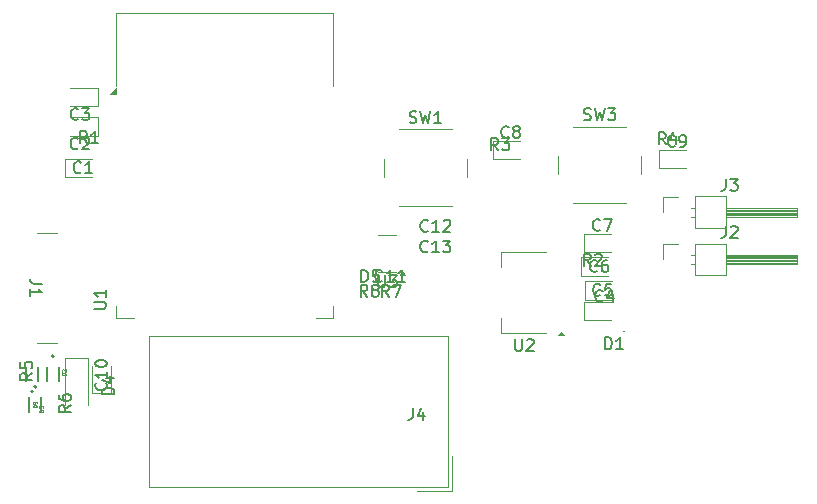
<source format=gbr>
%TF.GenerationSoftware,KiCad,Pcbnew,8.0.5*%
%TF.CreationDate,2024-11-05T12:43:32-08:00*%
%TF.ProjectId,PCB Board and Schematic,50434220-426f-4617-9264-20616e642053,rev?*%
%TF.SameCoordinates,Original*%
%TF.FileFunction,Legend,Top*%
%TF.FilePolarity,Positive*%
%FSLAX46Y46*%
G04 Gerber Fmt 4.6, Leading zero omitted, Abs format (unit mm)*
G04 Created by KiCad (PCBNEW 8.0.5) date 2024-11-05 12:43:32*
%MOMM*%
%LPD*%
G01*
G04 APERTURE LIST*
%ADD10C,0.150000*%
%ADD11C,0.080000*%
%ADD12C,0.120000*%
%ADD13C,0.127000*%
%ADD14C,0.200000*%
%ADD15C,0.100000*%
G04 APERTURE END LIST*
D10*
X107333333Y-55589580D02*
X107285714Y-55637200D01*
X107285714Y-55637200D02*
X107142857Y-55684819D01*
X107142857Y-55684819D02*
X107047619Y-55684819D01*
X107047619Y-55684819D02*
X106904762Y-55637200D01*
X106904762Y-55637200D02*
X106809524Y-55541961D01*
X106809524Y-55541961D02*
X106761905Y-55446723D01*
X106761905Y-55446723D02*
X106714286Y-55256247D01*
X106714286Y-55256247D02*
X106714286Y-55113390D01*
X106714286Y-55113390D02*
X106761905Y-54922914D01*
X106761905Y-54922914D02*
X106809524Y-54827676D01*
X106809524Y-54827676D02*
X106904762Y-54732438D01*
X106904762Y-54732438D02*
X107047619Y-54684819D01*
X107047619Y-54684819D02*
X107142857Y-54684819D01*
X107142857Y-54684819D02*
X107285714Y-54732438D01*
X107285714Y-54732438D02*
X107333333Y-54780057D01*
X107714286Y-54780057D02*
X107761905Y-54732438D01*
X107761905Y-54732438D02*
X107857143Y-54684819D01*
X107857143Y-54684819D02*
X108095238Y-54684819D01*
X108095238Y-54684819D02*
X108190476Y-54732438D01*
X108190476Y-54732438D02*
X108238095Y-54780057D01*
X108238095Y-54780057D02*
X108285714Y-54875295D01*
X108285714Y-54875295D02*
X108285714Y-54970533D01*
X108285714Y-54970533D02*
X108238095Y-55113390D01*
X108238095Y-55113390D02*
X107666667Y-55684819D01*
X107666667Y-55684819D02*
X108285714Y-55684819D01*
X157870833Y-55379580D02*
X157823214Y-55427200D01*
X157823214Y-55427200D02*
X157680357Y-55474819D01*
X157680357Y-55474819D02*
X157585119Y-55474819D01*
X157585119Y-55474819D02*
X157442262Y-55427200D01*
X157442262Y-55427200D02*
X157347024Y-55331961D01*
X157347024Y-55331961D02*
X157299405Y-55236723D01*
X157299405Y-55236723D02*
X157251786Y-55046247D01*
X157251786Y-55046247D02*
X157251786Y-54903390D01*
X157251786Y-54903390D02*
X157299405Y-54712914D01*
X157299405Y-54712914D02*
X157347024Y-54617676D01*
X157347024Y-54617676D02*
X157442262Y-54522438D01*
X157442262Y-54522438D02*
X157585119Y-54474819D01*
X157585119Y-54474819D02*
X157680357Y-54474819D01*
X157680357Y-54474819D02*
X157823214Y-54522438D01*
X157823214Y-54522438D02*
X157870833Y-54570057D01*
X158347024Y-55474819D02*
X158537500Y-55474819D01*
X158537500Y-55474819D02*
X158632738Y-55427200D01*
X158632738Y-55427200D02*
X158680357Y-55379580D01*
X158680357Y-55379580D02*
X158775595Y-55236723D01*
X158775595Y-55236723D02*
X158823214Y-55046247D01*
X158823214Y-55046247D02*
X158823214Y-54665295D01*
X158823214Y-54665295D02*
X158775595Y-54570057D01*
X158775595Y-54570057D02*
X158727976Y-54522438D01*
X158727976Y-54522438D02*
X158632738Y-54474819D01*
X158632738Y-54474819D02*
X158442262Y-54474819D01*
X158442262Y-54474819D02*
X158347024Y-54522438D01*
X158347024Y-54522438D02*
X158299405Y-54570057D01*
X158299405Y-54570057D02*
X158251786Y-54665295D01*
X158251786Y-54665295D02*
X158251786Y-54903390D01*
X158251786Y-54903390D02*
X158299405Y-54998628D01*
X158299405Y-54998628D02*
X158347024Y-55046247D01*
X158347024Y-55046247D02*
X158442262Y-55093866D01*
X158442262Y-55093866D02*
X158632738Y-55093866D01*
X158632738Y-55093866D02*
X158727976Y-55046247D01*
X158727976Y-55046247D02*
X158775595Y-54998628D01*
X158775595Y-54998628D02*
X158823214Y-54903390D01*
D11*
X106297078Y-74802190D02*
X105977078Y-74802190D01*
X105977078Y-74802190D02*
X105977078Y-74726000D01*
X105977078Y-74726000D02*
X105992316Y-74680285D01*
X105992316Y-74680285D02*
X106022792Y-74649809D01*
X106022792Y-74649809D02*
X106053268Y-74634571D01*
X106053268Y-74634571D02*
X106114220Y-74619333D01*
X106114220Y-74619333D02*
X106159935Y-74619333D01*
X106159935Y-74619333D02*
X106220887Y-74634571D01*
X106220887Y-74634571D02*
X106251363Y-74649809D01*
X106251363Y-74649809D02*
X106281840Y-74680285D01*
X106281840Y-74680285D02*
X106297078Y-74726000D01*
X106297078Y-74726000D02*
X106297078Y-74802190D01*
X106007554Y-74497428D02*
X105992316Y-74482190D01*
X105992316Y-74482190D02*
X105977078Y-74451714D01*
X105977078Y-74451714D02*
X105977078Y-74375523D01*
X105977078Y-74375523D02*
X105992316Y-74345047D01*
X105992316Y-74345047D02*
X106007554Y-74329809D01*
X106007554Y-74329809D02*
X106038030Y-74314571D01*
X106038030Y-74314571D02*
X106068506Y-74314571D01*
X106068506Y-74314571D02*
X106114220Y-74329809D01*
X106114220Y-74329809D02*
X106297078Y-74512666D01*
X106297078Y-74512666D02*
X106297078Y-74314571D01*
D10*
X142903333Y-55754819D02*
X142570000Y-55278628D01*
X142331905Y-55754819D02*
X142331905Y-54754819D01*
X142331905Y-54754819D02*
X142712857Y-54754819D01*
X142712857Y-54754819D02*
X142808095Y-54802438D01*
X142808095Y-54802438D02*
X142855714Y-54850057D01*
X142855714Y-54850057D02*
X142903333Y-54945295D01*
X142903333Y-54945295D02*
X142903333Y-55088152D01*
X142903333Y-55088152D02*
X142855714Y-55183390D01*
X142855714Y-55183390D02*
X142808095Y-55231009D01*
X142808095Y-55231009D02*
X142712857Y-55278628D01*
X142712857Y-55278628D02*
X142331905Y-55278628D01*
X143236667Y-54754819D02*
X143855714Y-54754819D01*
X143855714Y-54754819D02*
X143522381Y-55135771D01*
X143522381Y-55135771D02*
X143665238Y-55135771D01*
X143665238Y-55135771D02*
X143760476Y-55183390D01*
X143760476Y-55183390D02*
X143808095Y-55231009D01*
X143808095Y-55231009D02*
X143855714Y-55326247D01*
X143855714Y-55326247D02*
X143855714Y-55564342D01*
X143855714Y-55564342D02*
X143808095Y-55659580D01*
X143808095Y-55659580D02*
X143760476Y-55707200D01*
X143760476Y-55707200D02*
X143665238Y-55754819D01*
X143665238Y-55754819D02*
X143379524Y-55754819D01*
X143379524Y-55754819D02*
X143284286Y-55707200D01*
X143284286Y-55707200D02*
X143236667Y-55659580D01*
X135674166Y-77587319D02*
X135674166Y-78301604D01*
X135674166Y-78301604D02*
X135626547Y-78444461D01*
X135626547Y-78444461D02*
X135531309Y-78539700D01*
X135531309Y-78539700D02*
X135388452Y-78587319D01*
X135388452Y-78587319D02*
X135293214Y-78587319D01*
X136578928Y-77920652D02*
X136578928Y-78587319D01*
X136340833Y-77539700D02*
X136102738Y-78253985D01*
X136102738Y-78253985D02*
X136721785Y-78253985D01*
X135416667Y-53407200D02*
X135559524Y-53454819D01*
X135559524Y-53454819D02*
X135797619Y-53454819D01*
X135797619Y-53454819D02*
X135892857Y-53407200D01*
X135892857Y-53407200D02*
X135940476Y-53359580D01*
X135940476Y-53359580D02*
X135988095Y-53264342D01*
X135988095Y-53264342D02*
X135988095Y-53169104D01*
X135988095Y-53169104D02*
X135940476Y-53073866D01*
X135940476Y-53073866D02*
X135892857Y-53026247D01*
X135892857Y-53026247D02*
X135797619Y-52978628D01*
X135797619Y-52978628D02*
X135607143Y-52931009D01*
X135607143Y-52931009D02*
X135511905Y-52883390D01*
X135511905Y-52883390D02*
X135464286Y-52835771D01*
X135464286Y-52835771D02*
X135416667Y-52740533D01*
X135416667Y-52740533D02*
X135416667Y-52645295D01*
X135416667Y-52645295D02*
X135464286Y-52550057D01*
X135464286Y-52550057D02*
X135511905Y-52502438D01*
X135511905Y-52502438D02*
X135607143Y-52454819D01*
X135607143Y-52454819D02*
X135845238Y-52454819D01*
X135845238Y-52454819D02*
X135988095Y-52502438D01*
X136321429Y-52454819D02*
X136559524Y-53454819D01*
X136559524Y-53454819D02*
X136750000Y-52740533D01*
X136750000Y-52740533D02*
X136940476Y-53454819D01*
X136940476Y-53454819D02*
X137178572Y-52454819D01*
X138083333Y-53454819D02*
X137511905Y-53454819D01*
X137797619Y-53454819D02*
X137797619Y-52454819D01*
X137797619Y-52454819D02*
X137702381Y-52597676D01*
X137702381Y-52597676D02*
X137607143Y-52692914D01*
X137607143Y-52692914D02*
X137511905Y-52740533D01*
X143795833Y-54629580D02*
X143748214Y-54677200D01*
X143748214Y-54677200D02*
X143605357Y-54724819D01*
X143605357Y-54724819D02*
X143510119Y-54724819D01*
X143510119Y-54724819D02*
X143367262Y-54677200D01*
X143367262Y-54677200D02*
X143272024Y-54581961D01*
X143272024Y-54581961D02*
X143224405Y-54486723D01*
X143224405Y-54486723D02*
X143176786Y-54296247D01*
X143176786Y-54296247D02*
X143176786Y-54153390D01*
X143176786Y-54153390D02*
X143224405Y-53962914D01*
X143224405Y-53962914D02*
X143272024Y-53867676D01*
X143272024Y-53867676D02*
X143367262Y-53772438D01*
X143367262Y-53772438D02*
X143510119Y-53724819D01*
X143510119Y-53724819D02*
X143605357Y-53724819D01*
X143605357Y-53724819D02*
X143748214Y-53772438D01*
X143748214Y-53772438D02*
X143795833Y-53820057D01*
X144367262Y-54153390D02*
X144272024Y-54105771D01*
X144272024Y-54105771D02*
X144224405Y-54058152D01*
X144224405Y-54058152D02*
X144176786Y-53962914D01*
X144176786Y-53962914D02*
X144176786Y-53915295D01*
X144176786Y-53915295D02*
X144224405Y-53820057D01*
X144224405Y-53820057D02*
X144272024Y-53772438D01*
X144272024Y-53772438D02*
X144367262Y-53724819D01*
X144367262Y-53724819D02*
X144557738Y-53724819D01*
X144557738Y-53724819D02*
X144652976Y-53772438D01*
X144652976Y-53772438D02*
X144700595Y-53820057D01*
X144700595Y-53820057D02*
X144748214Y-53915295D01*
X144748214Y-53915295D02*
X144748214Y-53962914D01*
X144748214Y-53962914D02*
X144700595Y-54058152D01*
X144700595Y-54058152D02*
X144652976Y-54105771D01*
X144652976Y-54105771D02*
X144557738Y-54153390D01*
X144557738Y-54153390D02*
X144367262Y-54153390D01*
X144367262Y-54153390D02*
X144272024Y-54201009D01*
X144272024Y-54201009D02*
X144224405Y-54248628D01*
X144224405Y-54248628D02*
X144176786Y-54343866D01*
X144176786Y-54343866D02*
X144176786Y-54534342D01*
X144176786Y-54534342D02*
X144224405Y-54629580D01*
X144224405Y-54629580D02*
X144272024Y-54677200D01*
X144272024Y-54677200D02*
X144367262Y-54724819D01*
X144367262Y-54724819D02*
X144557738Y-54724819D01*
X144557738Y-54724819D02*
X144652976Y-54677200D01*
X144652976Y-54677200D02*
X144700595Y-54629580D01*
X144700595Y-54629580D02*
X144748214Y-54534342D01*
X144748214Y-54534342D02*
X144748214Y-54343866D01*
X144748214Y-54343866D02*
X144700595Y-54248628D01*
X144700595Y-54248628D02*
X144652976Y-54201009D01*
X144652976Y-54201009D02*
X144557738Y-54153390D01*
X110404819Y-76438094D02*
X109404819Y-76438094D01*
X109404819Y-76438094D02*
X109404819Y-76199999D01*
X109404819Y-76199999D02*
X109452438Y-76057142D01*
X109452438Y-76057142D02*
X109547676Y-75961904D01*
X109547676Y-75961904D02*
X109642914Y-75914285D01*
X109642914Y-75914285D02*
X109833390Y-75866666D01*
X109833390Y-75866666D02*
X109976247Y-75866666D01*
X109976247Y-75866666D02*
X110166723Y-75914285D01*
X110166723Y-75914285D02*
X110261961Y-75961904D01*
X110261961Y-75961904D02*
X110357200Y-76057142D01*
X110357200Y-76057142D02*
X110404819Y-76199999D01*
X110404819Y-76199999D02*
X110404819Y-76438094D01*
X109738152Y-75009523D02*
X110404819Y-75009523D01*
X109357200Y-75247618D02*
X110071485Y-75485713D01*
X110071485Y-75485713D02*
X110071485Y-74866666D01*
X131833333Y-68154819D02*
X131500000Y-67678628D01*
X131261905Y-68154819D02*
X131261905Y-67154819D01*
X131261905Y-67154819D02*
X131642857Y-67154819D01*
X131642857Y-67154819D02*
X131738095Y-67202438D01*
X131738095Y-67202438D02*
X131785714Y-67250057D01*
X131785714Y-67250057D02*
X131833333Y-67345295D01*
X131833333Y-67345295D02*
X131833333Y-67488152D01*
X131833333Y-67488152D02*
X131785714Y-67583390D01*
X131785714Y-67583390D02*
X131738095Y-67631009D01*
X131738095Y-67631009D02*
X131642857Y-67678628D01*
X131642857Y-67678628D02*
X131261905Y-67678628D01*
X132404762Y-67583390D02*
X132309524Y-67535771D01*
X132309524Y-67535771D02*
X132261905Y-67488152D01*
X132261905Y-67488152D02*
X132214286Y-67392914D01*
X132214286Y-67392914D02*
X132214286Y-67345295D01*
X132214286Y-67345295D02*
X132261905Y-67250057D01*
X132261905Y-67250057D02*
X132309524Y-67202438D01*
X132309524Y-67202438D02*
X132404762Y-67154819D01*
X132404762Y-67154819D02*
X132595238Y-67154819D01*
X132595238Y-67154819D02*
X132690476Y-67202438D01*
X132690476Y-67202438D02*
X132738095Y-67250057D01*
X132738095Y-67250057D02*
X132785714Y-67345295D01*
X132785714Y-67345295D02*
X132785714Y-67392914D01*
X132785714Y-67392914D02*
X132738095Y-67488152D01*
X132738095Y-67488152D02*
X132690476Y-67535771D01*
X132690476Y-67535771D02*
X132595238Y-67583390D01*
X132595238Y-67583390D02*
X132404762Y-67583390D01*
X132404762Y-67583390D02*
X132309524Y-67631009D01*
X132309524Y-67631009D02*
X132261905Y-67678628D01*
X132261905Y-67678628D02*
X132214286Y-67773866D01*
X132214286Y-67773866D02*
X132214286Y-67964342D01*
X132214286Y-67964342D02*
X132261905Y-68059580D01*
X132261905Y-68059580D02*
X132309524Y-68107200D01*
X132309524Y-68107200D02*
X132404762Y-68154819D01*
X132404762Y-68154819D02*
X132595238Y-68154819D01*
X132595238Y-68154819D02*
X132690476Y-68107200D01*
X132690476Y-68107200D02*
X132738095Y-68059580D01*
X132738095Y-68059580D02*
X132785714Y-67964342D01*
X132785714Y-67964342D02*
X132785714Y-67773866D01*
X132785714Y-67773866D02*
X132738095Y-67678628D01*
X132738095Y-67678628D02*
X132690476Y-67631009D01*
X132690476Y-67631009D02*
X132595238Y-67583390D01*
X151745833Y-68519580D02*
X151698214Y-68567200D01*
X151698214Y-68567200D02*
X151555357Y-68614819D01*
X151555357Y-68614819D02*
X151460119Y-68614819D01*
X151460119Y-68614819D02*
X151317262Y-68567200D01*
X151317262Y-68567200D02*
X151222024Y-68471961D01*
X151222024Y-68471961D02*
X151174405Y-68376723D01*
X151174405Y-68376723D02*
X151126786Y-68186247D01*
X151126786Y-68186247D02*
X151126786Y-68043390D01*
X151126786Y-68043390D02*
X151174405Y-67852914D01*
X151174405Y-67852914D02*
X151222024Y-67757676D01*
X151222024Y-67757676D02*
X151317262Y-67662438D01*
X151317262Y-67662438D02*
X151460119Y-67614819D01*
X151460119Y-67614819D02*
X151555357Y-67614819D01*
X151555357Y-67614819D02*
X151698214Y-67662438D01*
X151698214Y-67662438D02*
X151745833Y-67710057D01*
X152602976Y-67948152D02*
X152602976Y-68614819D01*
X152364881Y-67567200D02*
X152126786Y-68281485D01*
X152126786Y-68281485D02*
X152745833Y-68281485D01*
X133107142Y-66809580D02*
X133059523Y-66857200D01*
X133059523Y-66857200D02*
X132916666Y-66904819D01*
X132916666Y-66904819D02*
X132821428Y-66904819D01*
X132821428Y-66904819D02*
X132678571Y-66857200D01*
X132678571Y-66857200D02*
X132583333Y-66761961D01*
X132583333Y-66761961D02*
X132535714Y-66666723D01*
X132535714Y-66666723D02*
X132488095Y-66476247D01*
X132488095Y-66476247D02*
X132488095Y-66333390D01*
X132488095Y-66333390D02*
X132535714Y-66142914D01*
X132535714Y-66142914D02*
X132583333Y-66047676D01*
X132583333Y-66047676D02*
X132678571Y-65952438D01*
X132678571Y-65952438D02*
X132821428Y-65904819D01*
X132821428Y-65904819D02*
X132916666Y-65904819D01*
X132916666Y-65904819D02*
X133059523Y-65952438D01*
X133059523Y-65952438D02*
X133107142Y-66000057D01*
X134059523Y-66904819D02*
X133488095Y-66904819D01*
X133773809Y-66904819D02*
X133773809Y-65904819D01*
X133773809Y-65904819D02*
X133678571Y-66047676D01*
X133678571Y-66047676D02*
X133583333Y-66142914D01*
X133583333Y-66142914D02*
X133488095Y-66190533D01*
X135011904Y-66904819D02*
X134440476Y-66904819D01*
X134726190Y-66904819D02*
X134726190Y-65904819D01*
X134726190Y-65904819D02*
X134630952Y-66047676D01*
X134630952Y-66047676D02*
X134535714Y-66142914D01*
X134535714Y-66142914D02*
X134440476Y-66190533D01*
X162176666Y-62184819D02*
X162176666Y-62899104D01*
X162176666Y-62899104D02*
X162129047Y-63041961D01*
X162129047Y-63041961D02*
X162033809Y-63137200D01*
X162033809Y-63137200D02*
X161890952Y-63184819D01*
X161890952Y-63184819D02*
X161795714Y-63184819D01*
X162605238Y-62280057D02*
X162652857Y-62232438D01*
X162652857Y-62232438D02*
X162748095Y-62184819D01*
X162748095Y-62184819D02*
X162986190Y-62184819D01*
X162986190Y-62184819D02*
X163081428Y-62232438D01*
X163081428Y-62232438D02*
X163129047Y-62280057D01*
X163129047Y-62280057D02*
X163176666Y-62375295D01*
X163176666Y-62375295D02*
X163176666Y-62470533D01*
X163176666Y-62470533D02*
X163129047Y-62613390D01*
X163129047Y-62613390D02*
X162557619Y-63184819D01*
X162557619Y-63184819D02*
X163176666Y-63184819D01*
X151961905Y-72604819D02*
X151961905Y-71604819D01*
X151961905Y-71604819D02*
X152200000Y-71604819D01*
X152200000Y-71604819D02*
X152342857Y-71652438D01*
X152342857Y-71652438D02*
X152438095Y-71747676D01*
X152438095Y-71747676D02*
X152485714Y-71842914D01*
X152485714Y-71842914D02*
X152533333Y-72033390D01*
X152533333Y-72033390D02*
X152533333Y-72176247D01*
X152533333Y-72176247D02*
X152485714Y-72366723D01*
X152485714Y-72366723D02*
X152438095Y-72461961D01*
X152438095Y-72461961D02*
X152342857Y-72557200D01*
X152342857Y-72557200D02*
X152200000Y-72604819D01*
X152200000Y-72604819D02*
X151961905Y-72604819D01*
X153485714Y-72604819D02*
X152914286Y-72604819D01*
X153200000Y-72604819D02*
X153200000Y-71604819D01*
X153200000Y-71604819D02*
X153104762Y-71747676D01*
X153104762Y-71747676D02*
X153009524Y-71842914D01*
X153009524Y-71842914D02*
X152914286Y-71890533D01*
X108083333Y-55154819D02*
X107750000Y-54678628D01*
X107511905Y-55154819D02*
X107511905Y-54154819D01*
X107511905Y-54154819D02*
X107892857Y-54154819D01*
X107892857Y-54154819D02*
X107988095Y-54202438D01*
X107988095Y-54202438D02*
X108035714Y-54250057D01*
X108035714Y-54250057D02*
X108083333Y-54345295D01*
X108083333Y-54345295D02*
X108083333Y-54488152D01*
X108083333Y-54488152D02*
X108035714Y-54583390D01*
X108035714Y-54583390D02*
X107988095Y-54631009D01*
X107988095Y-54631009D02*
X107892857Y-54678628D01*
X107892857Y-54678628D02*
X107511905Y-54678628D01*
X109035714Y-55154819D02*
X108464286Y-55154819D01*
X108750000Y-55154819D02*
X108750000Y-54154819D01*
X108750000Y-54154819D02*
X108654762Y-54297676D01*
X108654762Y-54297676D02*
X108559524Y-54392914D01*
X108559524Y-54392914D02*
X108464286Y-54440533D01*
X132738095Y-66354819D02*
X132738095Y-67164342D01*
X132738095Y-67164342D02*
X132785714Y-67259580D01*
X132785714Y-67259580D02*
X132833333Y-67307200D01*
X132833333Y-67307200D02*
X132928571Y-67354819D01*
X132928571Y-67354819D02*
X133119047Y-67354819D01*
X133119047Y-67354819D02*
X133214285Y-67307200D01*
X133214285Y-67307200D02*
X133261904Y-67259580D01*
X133261904Y-67259580D02*
X133309523Y-67164342D01*
X133309523Y-67164342D02*
X133309523Y-66354819D01*
X133690476Y-66354819D02*
X134309523Y-66354819D01*
X134309523Y-66354819D02*
X133976190Y-66735771D01*
X133976190Y-66735771D02*
X134119047Y-66735771D01*
X134119047Y-66735771D02*
X134214285Y-66783390D01*
X134214285Y-66783390D02*
X134261904Y-66831009D01*
X134261904Y-66831009D02*
X134309523Y-66926247D01*
X134309523Y-66926247D02*
X134309523Y-67164342D01*
X134309523Y-67164342D02*
X134261904Y-67259580D01*
X134261904Y-67259580D02*
X134214285Y-67307200D01*
X134214285Y-67307200D02*
X134119047Y-67354819D01*
X134119047Y-67354819D02*
X133833333Y-67354819D01*
X133833333Y-67354819D02*
X133738095Y-67307200D01*
X133738095Y-67307200D02*
X133690476Y-67259580D01*
D11*
X103843878Y-77526190D02*
X103523878Y-77526190D01*
X103523878Y-77526190D02*
X103523878Y-77450000D01*
X103523878Y-77450000D02*
X103539116Y-77404285D01*
X103539116Y-77404285D02*
X103569592Y-77373809D01*
X103569592Y-77373809D02*
X103600068Y-77358571D01*
X103600068Y-77358571D02*
X103661020Y-77343333D01*
X103661020Y-77343333D02*
X103706735Y-77343333D01*
X103706735Y-77343333D02*
X103767687Y-77358571D01*
X103767687Y-77358571D02*
X103798163Y-77373809D01*
X103798163Y-77373809D02*
X103828640Y-77404285D01*
X103828640Y-77404285D02*
X103843878Y-77450000D01*
X103843878Y-77450000D02*
X103843878Y-77526190D01*
X103843878Y-77190952D02*
X103843878Y-77130000D01*
X103843878Y-77130000D02*
X103828640Y-77099523D01*
X103828640Y-77099523D02*
X103813401Y-77084285D01*
X103813401Y-77084285D02*
X103767687Y-77053809D01*
X103767687Y-77053809D02*
X103706735Y-77038571D01*
X103706735Y-77038571D02*
X103584830Y-77038571D01*
X103584830Y-77038571D02*
X103554354Y-77053809D01*
X103554354Y-77053809D02*
X103539116Y-77069047D01*
X103539116Y-77069047D02*
X103523878Y-77099523D01*
X103523878Y-77099523D02*
X103523878Y-77160476D01*
X103523878Y-77160476D02*
X103539116Y-77190952D01*
X103539116Y-77190952D02*
X103554354Y-77206190D01*
X103554354Y-77206190D02*
X103584830Y-77221428D01*
X103584830Y-77221428D02*
X103661020Y-77221428D01*
X103661020Y-77221428D02*
X103691497Y-77206190D01*
X103691497Y-77206190D02*
X103706735Y-77190952D01*
X103706735Y-77190952D02*
X103721973Y-77160476D01*
X103721973Y-77160476D02*
X103721973Y-77099523D01*
X103721973Y-77099523D02*
X103706735Y-77069047D01*
X103706735Y-77069047D02*
X103691497Y-77053809D01*
X103691497Y-77053809D02*
X103661020Y-77038571D01*
D10*
X103454819Y-74616666D02*
X102978628Y-74949999D01*
X103454819Y-75188094D02*
X102454819Y-75188094D01*
X102454819Y-75188094D02*
X102454819Y-74807142D01*
X102454819Y-74807142D02*
X102502438Y-74711904D01*
X102502438Y-74711904D02*
X102550057Y-74664285D01*
X102550057Y-74664285D02*
X102645295Y-74616666D01*
X102645295Y-74616666D02*
X102788152Y-74616666D01*
X102788152Y-74616666D02*
X102883390Y-74664285D01*
X102883390Y-74664285D02*
X102931009Y-74711904D01*
X102931009Y-74711904D02*
X102978628Y-74807142D01*
X102978628Y-74807142D02*
X102978628Y-75188094D01*
X102454819Y-73711904D02*
X102454819Y-74188094D01*
X102454819Y-74188094D02*
X102931009Y-74235713D01*
X102931009Y-74235713D02*
X102883390Y-74188094D01*
X102883390Y-74188094D02*
X102835771Y-74092856D01*
X102835771Y-74092856D02*
X102835771Y-73854761D01*
X102835771Y-73854761D02*
X102883390Y-73759523D01*
X102883390Y-73759523D02*
X102931009Y-73711904D01*
X102931009Y-73711904D02*
X103026247Y-73664285D01*
X103026247Y-73664285D02*
X103264342Y-73664285D01*
X103264342Y-73664285D02*
X103359580Y-73711904D01*
X103359580Y-73711904D02*
X103407200Y-73759523D01*
X103407200Y-73759523D02*
X103454819Y-73854761D01*
X103454819Y-73854761D02*
X103454819Y-74092856D01*
X103454819Y-74092856D02*
X103407200Y-74188094D01*
X103407200Y-74188094D02*
X103359580Y-74235713D01*
X136952142Y-64309580D02*
X136904523Y-64357200D01*
X136904523Y-64357200D02*
X136761666Y-64404819D01*
X136761666Y-64404819D02*
X136666428Y-64404819D01*
X136666428Y-64404819D02*
X136523571Y-64357200D01*
X136523571Y-64357200D02*
X136428333Y-64261961D01*
X136428333Y-64261961D02*
X136380714Y-64166723D01*
X136380714Y-64166723D02*
X136333095Y-63976247D01*
X136333095Y-63976247D02*
X136333095Y-63833390D01*
X136333095Y-63833390D02*
X136380714Y-63642914D01*
X136380714Y-63642914D02*
X136428333Y-63547676D01*
X136428333Y-63547676D02*
X136523571Y-63452438D01*
X136523571Y-63452438D02*
X136666428Y-63404819D01*
X136666428Y-63404819D02*
X136761666Y-63404819D01*
X136761666Y-63404819D02*
X136904523Y-63452438D01*
X136904523Y-63452438D02*
X136952142Y-63500057D01*
X137904523Y-64404819D02*
X137333095Y-64404819D01*
X137618809Y-64404819D02*
X137618809Y-63404819D01*
X137618809Y-63404819D02*
X137523571Y-63547676D01*
X137523571Y-63547676D02*
X137428333Y-63642914D01*
X137428333Y-63642914D02*
X137333095Y-63690533D01*
X138237857Y-63404819D02*
X138856904Y-63404819D01*
X138856904Y-63404819D02*
X138523571Y-63785771D01*
X138523571Y-63785771D02*
X138666428Y-63785771D01*
X138666428Y-63785771D02*
X138761666Y-63833390D01*
X138761666Y-63833390D02*
X138809285Y-63881009D01*
X138809285Y-63881009D02*
X138856904Y-63976247D01*
X138856904Y-63976247D02*
X138856904Y-64214342D01*
X138856904Y-64214342D02*
X138809285Y-64309580D01*
X138809285Y-64309580D02*
X138761666Y-64357200D01*
X138761666Y-64357200D02*
X138666428Y-64404819D01*
X138666428Y-64404819D02*
X138380714Y-64404819D01*
X138380714Y-64404819D02*
X138285476Y-64357200D01*
X138285476Y-64357200D02*
X138237857Y-64309580D01*
X144338095Y-71754819D02*
X144338095Y-72564342D01*
X144338095Y-72564342D02*
X144385714Y-72659580D01*
X144385714Y-72659580D02*
X144433333Y-72707200D01*
X144433333Y-72707200D02*
X144528571Y-72754819D01*
X144528571Y-72754819D02*
X144719047Y-72754819D01*
X144719047Y-72754819D02*
X144814285Y-72707200D01*
X144814285Y-72707200D02*
X144861904Y-72659580D01*
X144861904Y-72659580D02*
X144909523Y-72564342D01*
X144909523Y-72564342D02*
X144909523Y-71754819D01*
X145338095Y-71850057D02*
X145385714Y-71802438D01*
X145385714Y-71802438D02*
X145480952Y-71754819D01*
X145480952Y-71754819D02*
X145719047Y-71754819D01*
X145719047Y-71754819D02*
X145814285Y-71802438D01*
X145814285Y-71802438D02*
X145861904Y-71850057D01*
X145861904Y-71850057D02*
X145909523Y-71945295D01*
X145909523Y-71945295D02*
X145909523Y-72040533D01*
X145909523Y-72040533D02*
X145861904Y-72183390D01*
X145861904Y-72183390D02*
X145290476Y-72754819D01*
X145290476Y-72754819D02*
X145909523Y-72754819D01*
X109699580Y-75447857D02*
X109747200Y-75495476D01*
X109747200Y-75495476D02*
X109794819Y-75638333D01*
X109794819Y-75638333D02*
X109794819Y-75733571D01*
X109794819Y-75733571D02*
X109747200Y-75876428D01*
X109747200Y-75876428D02*
X109651961Y-75971666D01*
X109651961Y-75971666D02*
X109556723Y-76019285D01*
X109556723Y-76019285D02*
X109366247Y-76066904D01*
X109366247Y-76066904D02*
X109223390Y-76066904D01*
X109223390Y-76066904D02*
X109032914Y-76019285D01*
X109032914Y-76019285D02*
X108937676Y-75971666D01*
X108937676Y-75971666D02*
X108842438Y-75876428D01*
X108842438Y-75876428D02*
X108794819Y-75733571D01*
X108794819Y-75733571D02*
X108794819Y-75638333D01*
X108794819Y-75638333D02*
X108842438Y-75495476D01*
X108842438Y-75495476D02*
X108890057Y-75447857D01*
X109794819Y-74495476D02*
X109794819Y-75066904D01*
X109794819Y-74781190D02*
X108794819Y-74781190D01*
X108794819Y-74781190D02*
X108937676Y-74876428D01*
X108937676Y-74876428D02*
X109032914Y-74971666D01*
X109032914Y-74971666D02*
X109080533Y-75066904D01*
X108794819Y-73876428D02*
X108794819Y-73781190D01*
X108794819Y-73781190D02*
X108842438Y-73685952D01*
X108842438Y-73685952D02*
X108890057Y-73638333D01*
X108890057Y-73638333D02*
X108985295Y-73590714D01*
X108985295Y-73590714D02*
X109175771Y-73543095D01*
X109175771Y-73543095D02*
X109413866Y-73543095D01*
X109413866Y-73543095D02*
X109604342Y-73590714D01*
X109604342Y-73590714D02*
X109699580Y-73638333D01*
X109699580Y-73638333D02*
X109747200Y-73685952D01*
X109747200Y-73685952D02*
X109794819Y-73781190D01*
X109794819Y-73781190D02*
X109794819Y-73876428D01*
X109794819Y-73876428D02*
X109747200Y-73971666D01*
X109747200Y-73971666D02*
X109699580Y-74019285D01*
X109699580Y-74019285D02*
X109604342Y-74066904D01*
X109604342Y-74066904D02*
X109413866Y-74114523D01*
X109413866Y-74114523D02*
X109175771Y-74114523D01*
X109175771Y-74114523D02*
X108985295Y-74066904D01*
X108985295Y-74066904D02*
X108890057Y-74019285D01*
X108890057Y-74019285D02*
X108842438Y-73971666D01*
X108842438Y-73971666D02*
X108794819Y-73876428D01*
X136952142Y-62559580D02*
X136904523Y-62607200D01*
X136904523Y-62607200D02*
X136761666Y-62654819D01*
X136761666Y-62654819D02*
X136666428Y-62654819D01*
X136666428Y-62654819D02*
X136523571Y-62607200D01*
X136523571Y-62607200D02*
X136428333Y-62511961D01*
X136428333Y-62511961D02*
X136380714Y-62416723D01*
X136380714Y-62416723D02*
X136333095Y-62226247D01*
X136333095Y-62226247D02*
X136333095Y-62083390D01*
X136333095Y-62083390D02*
X136380714Y-61892914D01*
X136380714Y-61892914D02*
X136428333Y-61797676D01*
X136428333Y-61797676D02*
X136523571Y-61702438D01*
X136523571Y-61702438D02*
X136666428Y-61654819D01*
X136666428Y-61654819D02*
X136761666Y-61654819D01*
X136761666Y-61654819D02*
X136904523Y-61702438D01*
X136904523Y-61702438D02*
X136952142Y-61750057D01*
X137904523Y-62654819D02*
X137333095Y-62654819D01*
X137618809Y-62654819D02*
X137618809Y-61654819D01*
X137618809Y-61654819D02*
X137523571Y-61797676D01*
X137523571Y-61797676D02*
X137428333Y-61892914D01*
X137428333Y-61892914D02*
X137333095Y-61940533D01*
X138285476Y-61750057D02*
X138333095Y-61702438D01*
X138333095Y-61702438D02*
X138428333Y-61654819D01*
X138428333Y-61654819D02*
X138666428Y-61654819D01*
X138666428Y-61654819D02*
X138761666Y-61702438D01*
X138761666Y-61702438D02*
X138809285Y-61750057D01*
X138809285Y-61750057D02*
X138856904Y-61845295D01*
X138856904Y-61845295D02*
X138856904Y-61940533D01*
X138856904Y-61940533D02*
X138809285Y-62083390D01*
X138809285Y-62083390D02*
X138237857Y-62654819D01*
X138237857Y-62654819D02*
X138856904Y-62654819D01*
X150166667Y-53157200D02*
X150309524Y-53204819D01*
X150309524Y-53204819D02*
X150547619Y-53204819D01*
X150547619Y-53204819D02*
X150642857Y-53157200D01*
X150642857Y-53157200D02*
X150690476Y-53109580D01*
X150690476Y-53109580D02*
X150738095Y-53014342D01*
X150738095Y-53014342D02*
X150738095Y-52919104D01*
X150738095Y-52919104D02*
X150690476Y-52823866D01*
X150690476Y-52823866D02*
X150642857Y-52776247D01*
X150642857Y-52776247D02*
X150547619Y-52728628D01*
X150547619Y-52728628D02*
X150357143Y-52681009D01*
X150357143Y-52681009D02*
X150261905Y-52633390D01*
X150261905Y-52633390D02*
X150214286Y-52585771D01*
X150214286Y-52585771D02*
X150166667Y-52490533D01*
X150166667Y-52490533D02*
X150166667Y-52395295D01*
X150166667Y-52395295D02*
X150214286Y-52300057D01*
X150214286Y-52300057D02*
X150261905Y-52252438D01*
X150261905Y-52252438D02*
X150357143Y-52204819D01*
X150357143Y-52204819D02*
X150595238Y-52204819D01*
X150595238Y-52204819D02*
X150738095Y-52252438D01*
X151071429Y-52204819D02*
X151309524Y-53204819D01*
X151309524Y-53204819D02*
X151500000Y-52490533D01*
X151500000Y-52490533D02*
X151690476Y-53204819D01*
X151690476Y-53204819D02*
X151928572Y-52204819D01*
X152214286Y-52204819D02*
X152833333Y-52204819D01*
X152833333Y-52204819D02*
X152500000Y-52585771D01*
X152500000Y-52585771D02*
X152642857Y-52585771D01*
X152642857Y-52585771D02*
X152738095Y-52633390D01*
X152738095Y-52633390D02*
X152785714Y-52681009D01*
X152785714Y-52681009D02*
X152833333Y-52776247D01*
X152833333Y-52776247D02*
X152833333Y-53014342D01*
X152833333Y-53014342D02*
X152785714Y-53109580D01*
X152785714Y-53109580D02*
X152738095Y-53157200D01*
X152738095Y-53157200D02*
X152642857Y-53204819D01*
X152642857Y-53204819D02*
X152357143Y-53204819D01*
X152357143Y-53204819D02*
X152261905Y-53157200D01*
X152261905Y-53157200D02*
X152214286Y-53109580D01*
X151283333Y-65959580D02*
X151235714Y-66007200D01*
X151235714Y-66007200D02*
X151092857Y-66054819D01*
X151092857Y-66054819D02*
X150997619Y-66054819D01*
X150997619Y-66054819D02*
X150854762Y-66007200D01*
X150854762Y-66007200D02*
X150759524Y-65911961D01*
X150759524Y-65911961D02*
X150711905Y-65816723D01*
X150711905Y-65816723D02*
X150664286Y-65626247D01*
X150664286Y-65626247D02*
X150664286Y-65483390D01*
X150664286Y-65483390D02*
X150711905Y-65292914D01*
X150711905Y-65292914D02*
X150759524Y-65197676D01*
X150759524Y-65197676D02*
X150854762Y-65102438D01*
X150854762Y-65102438D02*
X150997619Y-65054819D01*
X150997619Y-65054819D02*
X151092857Y-65054819D01*
X151092857Y-65054819D02*
X151235714Y-65102438D01*
X151235714Y-65102438D02*
X151283333Y-65150057D01*
X152140476Y-65054819D02*
X151950000Y-65054819D01*
X151950000Y-65054819D02*
X151854762Y-65102438D01*
X151854762Y-65102438D02*
X151807143Y-65150057D01*
X151807143Y-65150057D02*
X151711905Y-65292914D01*
X151711905Y-65292914D02*
X151664286Y-65483390D01*
X151664286Y-65483390D02*
X151664286Y-65864342D01*
X151664286Y-65864342D02*
X151711905Y-65959580D01*
X151711905Y-65959580D02*
X151759524Y-66007200D01*
X151759524Y-66007200D02*
X151854762Y-66054819D01*
X151854762Y-66054819D02*
X152045238Y-66054819D01*
X152045238Y-66054819D02*
X152140476Y-66007200D01*
X152140476Y-66007200D02*
X152188095Y-65959580D01*
X152188095Y-65959580D02*
X152235714Y-65864342D01*
X152235714Y-65864342D02*
X152235714Y-65626247D01*
X152235714Y-65626247D02*
X152188095Y-65531009D01*
X152188095Y-65531009D02*
X152140476Y-65483390D01*
X152140476Y-65483390D02*
X152045238Y-65435771D01*
X152045238Y-65435771D02*
X151854762Y-65435771D01*
X151854762Y-65435771D02*
X151759524Y-65483390D01*
X151759524Y-65483390D02*
X151711905Y-65531009D01*
X151711905Y-65531009D02*
X151664286Y-65626247D01*
X131331905Y-66904819D02*
X131331905Y-65904819D01*
X131331905Y-65904819D02*
X131570000Y-65904819D01*
X131570000Y-65904819D02*
X131712857Y-65952438D01*
X131712857Y-65952438D02*
X131808095Y-66047676D01*
X131808095Y-66047676D02*
X131855714Y-66142914D01*
X131855714Y-66142914D02*
X131903333Y-66333390D01*
X131903333Y-66333390D02*
X131903333Y-66476247D01*
X131903333Y-66476247D02*
X131855714Y-66666723D01*
X131855714Y-66666723D02*
X131808095Y-66761961D01*
X131808095Y-66761961D02*
X131712857Y-66857200D01*
X131712857Y-66857200D02*
X131570000Y-66904819D01*
X131570000Y-66904819D02*
X131331905Y-66904819D01*
X132808095Y-65904819D02*
X132331905Y-65904819D01*
X132331905Y-65904819D02*
X132284286Y-66381009D01*
X132284286Y-66381009D02*
X132331905Y-66333390D01*
X132331905Y-66333390D02*
X132427143Y-66285771D01*
X132427143Y-66285771D02*
X132665238Y-66285771D01*
X132665238Y-66285771D02*
X132760476Y-66333390D01*
X132760476Y-66333390D02*
X132808095Y-66381009D01*
X132808095Y-66381009D02*
X132855714Y-66476247D01*
X132855714Y-66476247D02*
X132855714Y-66714342D01*
X132855714Y-66714342D02*
X132808095Y-66809580D01*
X132808095Y-66809580D02*
X132760476Y-66857200D01*
X132760476Y-66857200D02*
X132665238Y-66904819D01*
X132665238Y-66904819D02*
X132427143Y-66904819D01*
X132427143Y-66904819D02*
X132331905Y-66857200D01*
X132331905Y-66857200D02*
X132284286Y-66809580D01*
X162176666Y-58184819D02*
X162176666Y-58899104D01*
X162176666Y-58899104D02*
X162129047Y-59041961D01*
X162129047Y-59041961D02*
X162033809Y-59137200D01*
X162033809Y-59137200D02*
X161890952Y-59184819D01*
X161890952Y-59184819D02*
X161795714Y-59184819D01*
X162557619Y-58184819D02*
X163176666Y-58184819D01*
X163176666Y-58184819D02*
X162843333Y-58565771D01*
X162843333Y-58565771D02*
X162986190Y-58565771D01*
X162986190Y-58565771D02*
X163081428Y-58613390D01*
X163081428Y-58613390D02*
X163129047Y-58661009D01*
X163129047Y-58661009D02*
X163176666Y-58756247D01*
X163176666Y-58756247D02*
X163176666Y-58994342D01*
X163176666Y-58994342D02*
X163129047Y-59089580D01*
X163129047Y-59089580D02*
X163081428Y-59137200D01*
X163081428Y-59137200D02*
X162986190Y-59184819D01*
X162986190Y-59184819D02*
X162700476Y-59184819D01*
X162700476Y-59184819D02*
X162605238Y-59137200D01*
X162605238Y-59137200D02*
X162557619Y-59089580D01*
X107333333Y-53089580D02*
X107285714Y-53137200D01*
X107285714Y-53137200D02*
X107142857Y-53184819D01*
X107142857Y-53184819D02*
X107047619Y-53184819D01*
X107047619Y-53184819D02*
X106904762Y-53137200D01*
X106904762Y-53137200D02*
X106809524Y-53041961D01*
X106809524Y-53041961D02*
X106761905Y-52946723D01*
X106761905Y-52946723D02*
X106714286Y-52756247D01*
X106714286Y-52756247D02*
X106714286Y-52613390D01*
X106714286Y-52613390D02*
X106761905Y-52422914D01*
X106761905Y-52422914D02*
X106809524Y-52327676D01*
X106809524Y-52327676D02*
X106904762Y-52232438D01*
X106904762Y-52232438D02*
X107047619Y-52184819D01*
X107047619Y-52184819D02*
X107142857Y-52184819D01*
X107142857Y-52184819D02*
X107285714Y-52232438D01*
X107285714Y-52232438D02*
X107333333Y-52280057D01*
X107666667Y-52184819D02*
X108285714Y-52184819D01*
X108285714Y-52184819D02*
X107952381Y-52565771D01*
X107952381Y-52565771D02*
X108095238Y-52565771D01*
X108095238Y-52565771D02*
X108190476Y-52613390D01*
X108190476Y-52613390D02*
X108238095Y-52661009D01*
X108238095Y-52661009D02*
X108285714Y-52756247D01*
X108285714Y-52756247D02*
X108285714Y-52994342D01*
X108285714Y-52994342D02*
X108238095Y-53089580D01*
X108238095Y-53089580D02*
X108190476Y-53137200D01*
X108190476Y-53137200D02*
X108095238Y-53184819D01*
X108095238Y-53184819D02*
X107809524Y-53184819D01*
X107809524Y-53184819D02*
X107714286Y-53137200D01*
X107714286Y-53137200D02*
X107666667Y-53089580D01*
X106704819Y-77366666D02*
X106228628Y-77699999D01*
X106704819Y-77938094D02*
X105704819Y-77938094D01*
X105704819Y-77938094D02*
X105704819Y-77557142D01*
X105704819Y-77557142D02*
X105752438Y-77461904D01*
X105752438Y-77461904D02*
X105800057Y-77414285D01*
X105800057Y-77414285D02*
X105895295Y-77366666D01*
X105895295Y-77366666D02*
X106038152Y-77366666D01*
X106038152Y-77366666D02*
X106133390Y-77414285D01*
X106133390Y-77414285D02*
X106181009Y-77461904D01*
X106181009Y-77461904D02*
X106228628Y-77557142D01*
X106228628Y-77557142D02*
X106228628Y-77938094D01*
X105704819Y-76509523D02*
X105704819Y-76699999D01*
X105704819Y-76699999D02*
X105752438Y-76795237D01*
X105752438Y-76795237D02*
X105800057Y-76842856D01*
X105800057Y-76842856D02*
X105942914Y-76938094D01*
X105942914Y-76938094D02*
X106133390Y-76985713D01*
X106133390Y-76985713D02*
X106514342Y-76985713D01*
X106514342Y-76985713D02*
X106609580Y-76938094D01*
X106609580Y-76938094D02*
X106657200Y-76890475D01*
X106657200Y-76890475D02*
X106704819Y-76795237D01*
X106704819Y-76795237D02*
X106704819Y-76604761D01*
X106704819Y-76604761D02*
X106657200Y-76509523D01*
X106657200Y-76509523D02*
X106609580Y-76461904D01*
X106609580Y-76461904D02*
X106514342Y-76414285D01*
X106514342Y-76414285D02*
X106276247Y-76414285D01*
X106276247Y-76414285D02*
X106181009Y-76461904D01*
X106181009Y-76461904D02*
X106133390Y-76509523D01*
X106133390Y-76509523D02*
X106085771Y-76604761D01*
X106085771Y-76604761D02*
X106085771Y-76795237D01*
X106085771Y-76795237D02*
X106133390Y-76890475D01*
X106133390Y-76890475D02*
X106181009Y-76938094D01*
X106181009Y-76938094D02*
X106276247Y-76985713D01*
X133653333Y-68154819D02*
X133320000Y-67678628D01*
X133081905Y-68154819D02*
X133081905Y-67154819D01*
X133081905Y-67154819D02*
X133462857Y-67154819D01*
X133462857Y-67154819D02*
X133558095Y-67202438D01*
X133558095Y-67202438D02*
X133605714Y-67250057D01*
X133605714Y-67250057D02*
X133653333Y-67345295D01*
X133653333Y-67345295D02*
X133653333Y-67488152D01*
X133653333Y-67488152D02*
X133605714Y-67583390D01*
X133605714Y-67583390D02*
X133558095Y-67631009D01*
X133558095Y-67631009D02*
X133462857Y-67678628D01*
X133462857Y-67678628D02*
X133081905Y-67678628D01*
X133986667Y-67154819D02*
X134653333Y-67154819D01*
X134653333Y-67154819D02*
X134224762Y-68154819D01*
X104290180Y-67081666D02*
X103575895Y-67081666D01*
X103575895Y-67081666D02*
X103433038Y-67034047D01*
X103433038Y-67034047D02*
X103337800Y-66938809D01*
X103337800Y-66938809D02*
X103290180Y-66795952D01*
X103290180Y-66795952D02*
X103290180Y-66700714D01*
X103290180Y-68081666D02*
X103290180Y-67510238D01*
X103290180Y-67795952D02*
X104290180Y-67795952D01*
X104290180Y-67795952D02*
X104147323Y-67700714D01*
X104147323Y-67700714D02*
X104052085Y-67605476D01*
X104052085Y-67605476D02*
X104004466Y-67510238D01*
X108704819Y-69171904D02*
X109514342Y-69171904D01*
X109514342Y-69171904D02*
X109609580Y-69124285D01*
X109609580Y-69124285D02*
X109657200Y-69076666D01*
X109657200Y-69076666D02*
X109704819Y-68981428D01*
X109704819Y-68981428D02*
X109704819Y-68790952D01*
X109704819Y-68790952D02*
X109657200Y-68695714D01*
X109657200Y-68695714D02*
X109609580Y-68648095D01*
X109609580Y-68648095D02*
X109514342Y-68600476D01*
X109514342Y-68600476D02*
X108704819Y-68600476D01*
X109704819Y-67600476D02*
X109704819Y-68171904D01*
X109704819Y-67886190D02*
X108704819Y-67886190D01*
X108704819Y-67886190D02*
X108847676Y-67981428D01*
X108847676Y-67981428D02*
X108942914Y-68076666D01*
X108942914Y-68076666D02*
X108990533Y-68171904D01*
D11*
X104390678Y-77910190D02*
X104070678Y-77910190D01*
X104070678Y-77910190D02*
X104070678Y-77834000D01*
X104070678Y-77834000D02*
X104085916Y-77788285D01*
X104085916Y-77788285D02*
X104116392Y-77757809D01*
X104116392Y-77757809D02*
X104146868Y-77742571D01*
X104146868Y-77742571D02*
X104207820Y-77727333D01*
X104207820Y-77727333D02*
X104253535Y-77727333D01*
X104253535Y-77727333D02*
X104314487Y-77742571D01*
X104314487Y-77742571D02*
X104344963Y-77757809D01*
X104344963Y-77757809D02*
X104375440Y-77788285D01*
X104375440Y-77788285D02*
X104390678Y-77834000D01*
X104390678Y-77834000D02*
X104390678Y-77910190D01*
X104070678Y-77620666D02*
X104070678Y-77422571D01*
X104070678Y-77422571D02*
X104192582Y-77529238D01*
X104192582Y-77529238D02*
X104192582Y-77483523D01*
X104192582Y-77483523D02*
X104207820Y-77453047D01*
X104207820Y-77453047D02*
X104223059Y-77437809D01*
X104223059Y-77437809D02*
X104253535Y-77422571D01*
X104253535Y-77422571D02*
X104329725Y-77422571D01*
X104329725Y-77422571D02*
X104360201Y-77437809D01*
X104360201Y-77437809D02*
X104375440Y-77453047D01*
X104375440Y-77453047D02*
X104390678Y-77483523D01*
X104390678Y-77483523D02*
X104390678Y-77574952D01*
X104390678Y-77574952D02*
X104375440Y-77605428D01*
X104375440Y-77605428D02*
X104360201Y-77620666D01*
D10*
X107583333Y-57609580D02*
X107535714Y-57657200D01*
X107535714Y-57657200D02*
X107392857Y-57704819D01*
X107392857Y-57704819D02*
X107297619Y-57704819D01*
X107297619Y-57704819D02*
X107154762Y-57657200D01*
X107154762Y-57657200D02*
X107059524Y-57561961D01*
X107059524Y-57561961D02*
X107011905Y-57466723D01*
X107011905Y-57466723D02*
X106964286Y-57276247D01*
X106964286Y-57276247D02*
X106964286Y-57133390D01*
X106964286Y-57133390D02*
X107011905Y-56942914D01*
X107011905Y-56942914D02*
X107059524Y-56847676D01*
X107059524Y-56847676D02*
X107154762Y-56752438D01*
X107154762Y-56752438D02*
X107297619Y-56704819D01*
X107297619Y-56704819D02*
X107392857Y-56704819D01*
X107392857Y-56704819D02*
X107535714Y-56752438D01*
X107535714Y-56752438D02*
X107583333Y-56800057D01*
X108535714Y-57704819D02*
X107964286Y-57704819D01*
X108250000Y-57704819D02*
X108250000Y-56704819D01*
X108250000Y-56704819D02*
X108154762Y-56847676D01*
X108154762Y-56847676D02*
X108059524Y-56942914D01*
X108059524Y-56942914D02*
X107964286Y-56990533D01*
X151570833Y-67979580D02*
X151523214Y-68027200D01*
X151523214Y-68027200D02*
X151380357Y-68074819D01*
X151380357Y-68074819D02*
X151285119Y-68074819D01*
X151285119Y-68074819D02*
X151142262Y-68027200D01*
X151142262Y-68027200D02*
X151047024Y-67931961D01*
X151047024Y-67931961D02*
X150999405Y-67836723D01*
X150999405Y-67836723D02*
X150951786Y-67646247D01*
X150951786Y-67646247D02*
X150951786Y-67503390D01*
X150951786Y-67503390D02*
X150999405Y-67312914D01*
X150999405Y-67312914D02*
X151047024Y-67217676D01*
X151047024Y-67217676D02*
X151142262Y-67122438D01*
X151142262Y-67122438D02*
X151285119Y-67074819D01*
X151285119Y-67074819D02*
X151380357Y-67074819D01*
X151380357Y-67074819D02*
X151523214Y-67122438D01*
X151523214Y-67122438D02*
X151570833Y-67170057D01*
X152475595Y-67074819D02*
X151999405Y-67074819D01*
X151999405Y-67074819D02*
X151951786Y-67551009D01*
X151951786Y-67551009D02*
X151999405Y-67503390D01*
X151999405Y-67503390D02*
X152094643Y-67455771D01*
X152094643Y-67455771D02*
X152332738Y-67455771D01*
X152332738Y-67455771D02*
X152427976Y-67503390D01*
X152427976Y-67503390D02*
X152475595Y-67551009D01*
X152475595Y-67551009D02*
X152523214Y-67646247D01*
X152523214Y-67646247D02*
X152523214Y-67884342D01*
X152523214Y-67884342D02*
X152475595Y-67979580D01*
X152475595Y-67979580D02*
X152427976Y-68027200D01*
X152427976Y-68027200D02*
X152332738Y-68074819D01*
X152332738Y-68074819D02*
X152094643Y-68074819D01*
X152094643Y-68074819D02*
X151999405Y-68027200D01*
X151999405Y-68027200D02*
X151951786Y-67979580D01*
X157083333Y-55254819D02*
X156750000Y-54778628D01*
X156511905Y-55254819D02*
X156511905Y-54254819D01*
X156511905Y-54254819D02*
X156892857Y-54254819D01*
X156892857Y-54254819D02*
X156988095Y-54302438D01*
X156988095Y-54302438D02*
X157035714Y-54350057D01*
X157035714Y-54350057D02*
X157083333Y-54445295D01*
X157083333Y-54445295D02*
X157083333Y-54588152D01*
X157083333Y-54588152D02*
X157035714Y-54683390D01*
X157035714Y-54683390D02*
X156988095Y-54731009D01*
X156988095Y-54731009D02*
X156892857Y-54778628D01*
X156892857Y-54778628D02*
X156511905Y-54778628D01*
X157940476Y-54588152D02*
X157940476Y-55254819D01*
X157702381Y-54207200D02*
X157464286Y-54921485D01*
X157464286Y-54921485D02*
X158083333Y-54921485D01*
X150745833Y-65524819D02*
X150412500Y-65048628D01*
X150174405Y-65524819D02*
X150174405Y-64524819D01*
X150174405Y-64524819D02*
X150555357Y-64524819D01*
X150555357Y-64524819D02*
X150650595Y-64572438D01*
X150650595Y-64572438D02*
X150698214Y-64620057D01*
X150698214Y-64620057D02*
X150745833Y-64715295D01*
X150745833Y-64715295D02*
X150745833Y-64858152D01*
X150745833Y-64858152D02*
X150698214Y-64953390D01*
X150698214Y-64953390D02*
X150650595Y-65001009D01*
X150650595Y-65001009D02*
X150555357Y-65048628D01*
X150555357Y-65048628D02*
X150174405Y-65048628D01*
X151126786Y-64620057D02*
X151174405Y-64572438D01*
X151174405Y-64572438D02*
X151269643Y-64524819D01*
X151269643Y-64524819D02*
X151507738Y-64524819D01*
X151507738Y-64524819D02*
X151602976Y-64572438D01*
X151602976Y-64572438D02*
X151650595Y-64620057D01*
X151650595Y-64620057D02*
X151698214Y-64715295D01*
X151698214Y-64715295D02*
X151698214Y-64810533D01*
X151698214Y-64810533D02*
X151650595Y-64953390D01*
X151650595Y-64953390D02*
X151079167Y-65524819D01*
X151079167Y-65524819D02*
X151698214Y-65524819D01*
X151533333Y-62479580D02*
X151485714Y-62527200D01*
X151485714Y-62527200D02*
X151342857Y-62574819D01*
X151342857Y-62574819D02*
X151247619Y-62574819D01*
X151247619Y-62574819D02*
X151104762Y-62527200D01*
X151104762Y-62527200D02*
X151009524Y-62431961D01*
X151009524Y-62431961D02*
X150961905Y-62336723D01*
X150961905Y-62336723D02*
X150914286Y-62146247D01*
X150914286Y-62146247D02*
X150914286Y-62003390D01*
X150914286Y-62003390D02*
X150961905Y-61812914D01*
X150961905Y-61812914D02*
X151009524Y-61717676D01*
X151009524Y-61717676D02*
X151104762Y-61622438D01*
X151104762Y-61622438D02*
X151247619Y-61574819D01*
X151247619Y-61574819D02*
X151342857Y-61574819D01*
X151342857Y-61574819D02*
X151485714Y-61622438D01*
X151485714Y-61622438D02*
X151533333Y-61670057D01*
X151866667Y-61574819D02*
X152533333Y-61574819D01*
X152533333Y-61574819D02*
X152104762Y-62574819D01*
D12*
%TO.C,C2*%
X106700000Y-54535000D02*
X109010000Y-54535000D01*
X109010000Y-52965000D02*
X106700000Y-52965000D01*
X109010000Y-54535000D02*
X109010000Y-52965000D01*
%TO.C,C9*%
X156527500Y-55715000D02*
X156527500Y-57285000D01*
X156527500Y-57285000D02*
X158837500Y-57285000D01*
X158837500Y-55715000D02*
X156527500Y-55715000D01*
D13*
%TO.C,D2*%
X104680000Y-75300000D02*
X104680000Y-74100000D01*
X105720000Y-74100000D02*
X105720000Y-75300000D01*
D14*
X105300000Y-73200000D02*
G75*
G02*
X105100000Y-73200000I-100000J0D01*
G01*
X105100000Y-73200000D02*
G75*
G02*
X105300000Y-73200000I100000J0D01*
G01*
D12*
%TO.C,J4*%
X113387500Y-84252500D02*
X113387500Y-71512500D01*
X113387500Y-84252500D02*
X113387500Y-71512500D01*
X138627500Y-71512500D02*
X113387500Y-71512500D01*
X138627500Y-71512500D02*
X113387500Y-71512500D01*
X138627500Y-84252500D02*
X113387500Y-84252500D01*
X138627500Y-84252500D02*
X113387500Y-84252500D01*
X138627500Y-84252500D02*
X138627500Y-71512500D01*
X138627500Y-84252500D02*
X138627500Y-71512500D01*
X139007500Y-81632500D02*
X139007500Y-84632500D01*
X139007500Y-84632500D02*
X136007500Y-84632500D01*
%TO.C,SW1*%
X133250000Y-56500000D02*
X133250000Y-58000000D01*
X134500000Y-60500000D02*
X139000000Y-60500000D01*
X139000000Y-54000000D02*
X134500000Y-54000000D01*
X140250000Y-58000000D02*
X140250000Y-56500000D01*
%TO.C,C8*%
X142452500Y-54965000D02*
X142452500Y-56535000D01*
X142452500Y-56535000D02*
X144762500Y-56535000D01*
X144762500Y-54965000D02*
X142452500Y-54965000D01*
%TO.C,D4*%
X106200000Y-73340000D02*
X106200000Y-77350000D01*
X108200000Y-73340000D02*
X106200000Y-73340000D01*
X108200000Y-73340000D02*
X108200000Y-77350000D01*
%TO.C,C4*%
X150152500Y-68585000D02*
X150152500Y-70155000D01*
X150152500Y-70155000D02*
X152462500Y-70155000D01*
X152462500Y-68585000D02*
X150152500Y-68585000D01*
%TO.C,J2*%
X156855000Y-63730000D02*
X158125000Y-63730000D01*
X156855000Y-65000000D02*
X156855000Y-63730000D01*
X159235000Y-64620000D02*
X159565000Y-64620000D01*
X159235000Y-65380000D02*
X159565000Y-65380000D01*
X159565000Y-63670000D02*
X159565000Y-66330000D01*
X159565000Y-66330000D02*
X162225000Y-66330000D01*
X162225000Y-63670000D02*
X159565000Y-63670000D01*
X162225000Y-64620000D02*
X168225000Y-64620000D01*
X162225000Y-64680000D02*
X168225000Y-64680000D01*
X162225000Y-64800000D02*
X168225000Y-64800000D01*
X162225000Y-64920000D02*
X168225000Y-64920000D01*
X162225000Y-65040000D02*
X168225000Y-65040000D01*
X162225000Y-65160000D02*
X168225000Y-65160000D01*
X162225000Y-65280000D02*
X168225000Y-65280000D01*
X162225000Y-66330000D02*
X162225000Y-63670000D01*
X168225000Y-64620000D02*
X168225000Y-65380000D01*
X168225000Y-65380000D02*
X162225000Y-65380000D01*
D15*
%TO.C,D1*%
X153610000Y-71100000D02*
G75*
G02*
X153510000Y-71100000I-50000J0D01*
G01*
X153510000Y-71100000D02*
G75*
G02*
X153610000Y-71100000I50000J0D01*
G01*
D12*
%TO.C,U3*%
X133500000Y-62940000D02*
X132700000Y-62940000D01*
X133500000Y-62940000D02*
X134300000Y-62940000D01*
X133500000Y-66060000D02*
X132700000Y-66060000D01*
X133500000Y-66060000D02*
X134300000Y-66060000D01*
X135040000Y-66340000D02*
X134560000Y-66340000D01*
X134800000Y-66010000D01*
X135040000Y-66340000D01*
G36*
X135040000Y-66340000D02*
G01*
X134560000Y-66340000D01*
X134800000Y-66010000D01*
X135040000Y-66340000D01*
G37*
D13*
%TO.C,D9*%
X103180000Y-77890000D02*
X103180000Y-76690000D01*
X104220000Y-76690000D02*
X104220000Y-77890000D01*
D14*
X103800000Y-75790000D02*
G75*
G02*
X103600000Y-75790000I-100000J0D01*
G01*
X103600000Y-75790000D02*
G75*
G02*
X103800000Y-75790000I100000J0D01*
G01*
D12*
%TO.C,U2*%
X143190000Y-64390000D02*
X143190000Y-65650000D01*
X143190000Y-71210000D02*
X143190000Y-69950000D01*
X146950000Y-64390000D02*
X143190000Y-64390000D01*
X146950000Y-71210000D02*
X143190000Y-71210000D01*
X148470000Y-71440000D02*
X147990000Y-71440000D01*
X148230000Y-71110000D01*
X148470000Y-71440000D01*
G36*
X148470000Y-71440000D02*
G01*
X147990000Y-71440000D01*
X148230000Y-71110000D01*
X148470000Y-71440000D01*
G37*
%TO.C,C10*%
X108555000Y-74005000D02*
X108555000Y-76315000D01*
X108555000Y-76315000D02*
X110125000Y-76315000D01*
X110125000Y-76315000D02*
X110125000Y-74005000D01*
%TO.C,SW3*%
X148000000Y-56250000D02*
X148000000Y-57750000D01*
X149250000Y-60250000D02*
X153750000Y-60250000D01*
X153750000Y-53750000D02*
X149250000Y-53750000D01*
X155000000Y-57750000D02*
X155000000Y-56250000D01*
%TO.C,C6*%
X149940000Y-64815000D02*
X149940000Y-66385000D01*
X149940000Y-66385000D02*
X152250000Y-66385000D01*
X152250000Y-64815000D02*
X149940000Y-64815000D01*
D15*
%TO.C,D5*%
X131260000Y-67500000D02*
G75*
G02*
X131160000Y-67500000I-50000J0D01*
G01*
X131160000Y-67500000D02*
G75*
G02*
X131260000Y-67500000I50000J0D01*
G01*
D12*
%TO.C,J3*%
X156855000Y-59730000D02*
X158125000Y-59730000D01*
X156855000Y-61000000D02*
X156855000Y-59730000D01*
X159235000Y-60620000D02*
X159565000Y-60620000D01*
X159235000Y-61380000D02*
X159565000Y-61380000D01*
X159565000Y-59670000D02*
X159565000Y-62330000D01*
X159565000Y-62330000D02*
X162225000Y-62330000D01*
X162225000Y-59670000D02*
X159565000Y-59670000D01*
X162225000Y-60620000D02*
X168225000Y-60620000D01*
X162225000Y-60680000D02*
X168225000Y-60680000D01*
X162225000Y-60800000D02*
X168225000Y-60800000D01*
X162225000Y-60920000D02*
X168225000Y-60920000D01*
X162225000Y-61040000D02*
X168225000Y-61040000D01*
X162225000Y-61160000D02*
X168225000Y-61160000D01*
X162225000Y-61280000D02*
X168225000Y-61280000D01*
X162225000Y-62330000D02*
X162225000Y-59670000D01*
X168225000Y-60620000D02*
X168225000Y-61380000D01*
X168225000Y-61380000D02*
X162225000Y-61380000D01*
%TO.C,C3*%
X106700000Y-52035000D02*
X109010000Y-52035000D01*
X109010000Y-50465000D02*
X106700000Y-50465000D01*
X109010000Y-52035000D02*
X109010000Y-50465000D01*
%TO.C,J1*%
X103845000Y-62745000D02*
X105545000Y-62745000D01*
X103845000Y-72085000D02*
X105545000Y-72085000D01*
%TO.C,U1*%
X110550000Y-44110000D02*
X110550000Y-50310000D01*
X110550000Y-44110000D02*
X128950000Y-44110000D01*
X110550000Y-68960000D02*
X110550000Y-69960000D01*
X110550000Y-69960000D02*
X112050000Y-69960000D01*
X128950000Y-44110000D02*
X128950000Y-50310000D01*
X128950000Y-69960000D02*
X127450000Y-69960000D01*
X128950000Y-69960000D02*
X128950000Y-68960000D01*
X110550000Y-50985000D02*
X110050000Y-50985000D01*
X110550000Y-50485000D01*
X110550000Y-50985000D01*
G36*
X110550000Y-50985000D02*
G01*
X110050000Y-50985000D01*
X110550000Y-50485000D01*
X110550000Y-50985000D01*
G37*
D13*
%TO.C,D3*%
X102930000Y-75300000D02*
X102930000Y-74100000D01*
X103970000Y-74100000D02*
X103970000Y-75300000D01*
D14*
X103550000Y-76200000D02*
G75*
G02*
X103350000Y-76200000I-100000J0D01*
G01*
X103350000Y-76200000D02*
G75*
G02*
X103550000Y-76200000I100000J0D01*
G01*
D12*
%TO.C,C1*%
X106240000Y-56465000D02*
X106240000Y-58035000D01*
X106240000Y-58035000D02*
X108550000Y-58035000D01*
X108550000Y-56465000D02*
X106240000Y-56465000D01*
%TO.C,C5*%
X150227500Y-66835000D02*
X150227500Y-68405000D01*
X150227500Y-68405000D02*
X152537500Y-68405000D01*
X152537500Y-66835000D02*
X150227500Y-66835000D01*
%TO.C,C7*%
X150190000Y-62815000D02*
X150190000Y-64385000D01*
X150190000Y-64385000D02*
X152500000Y-64385000D01*
X152500000Y-62815000D02*
X150190000Y-62815000D01*
%TD*%
M02*

</source>
